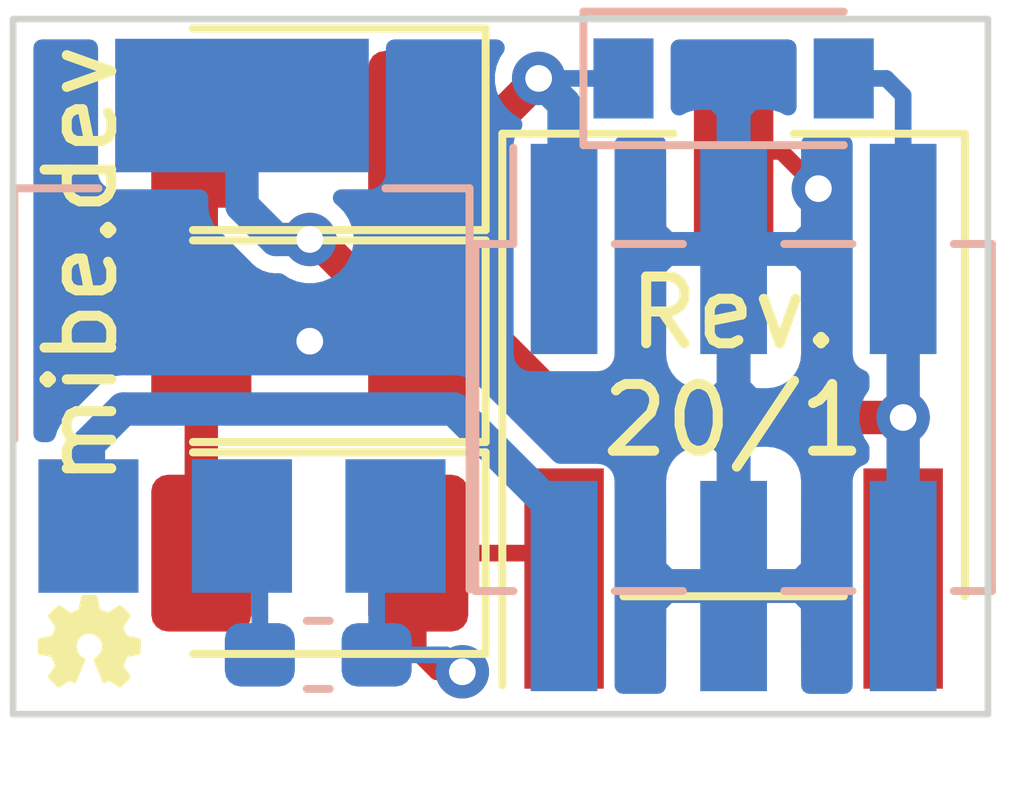
<source format=kicad_pcb>
(kicad_pcb (version 20171130) (host pcbnew "(5.1.5)-3")

  (general
    (thickness 1.6)
    (drawings 6)
    (tracks 55)
    (zones 0)
    (modules 9)
    (nets 6)
  )

  (page A4)
  (title_block
    (title 1117-BB)
    (date 2020-06-07)
    (rev 20/1)
    (company "Michael Bemmerl")
    (comment 1 "Open Hardware: CERN OHL v1.2")
  )

  (layers
    (0 F.Cu signal)
    (31 B.Cu signal)
    (32 B.Adhes user hide)
    (33 F.Adhes user hide)
    (34 B.Paste user hide)
    (35 F.Paste user hide)
    (36 B.SilkS user)
    (37 F.SilkS user)
    (38 B.Mask user hide)
    (39 F.Mask user hide)
    (40 Dwgs.User user)
    (41 Cmts.User user)
    (42 Eco1.User user)
    (43 Eco2.User user)
    (44 Edge.Cuts user)
    (45 Margin user)
    (46 B.CrtYd user hide)
    (47 F.CrtYd user hide)
    (48 B.Fab user hide)
    (49 F.Fab user hide)
  )

  (setup
    (last_trace_width 0.25)
    (user_trace_width 0.1)
    (user_trace_width 0.2)
    (user_trace_width 0.5)
    (user_trace_width 1)
    (trace_clearance 0.2)
    (zone_clearance 0.254)
    (zone_45_only no)
    (trace_min 0.1)
    (via_size 0.8)
    (via_drill 0.4)
    (via_min_size 0.45)
    (via_min_drill 0.2)
    (user_via 0.45 0.2)
    (user_via 0.8 0.4)
    (uvia_size 0.3)
    (uvia_drill 0.1)
    (uvias_allowed no)
    (uvia_min_size 0.2)
    (uvia_min_drill 0.1)
    (edge_width 0.1)
    (segment_width 0.2)
    (pcb_text_width 0.3)
    (pcb_text_size 1.5 1.5)
    (mod_edge_width 0.15)
    (mod_text_size 1 1)
    (mod_text_width 0.15)
    (pad_size 1.524 1.524)
    (pad_drill 0.762)
    (pad_to_mask_clearance 0)
    (aux_axis_origin 0 0)
    (visible_elements 7FFFFF7F)
    (pcbplotparams
      (layerselection 0x010fc_ffffffff)
      (usegerberextensions false)
      (usegerberattributes false)
      (usegerberadvancedattributes false)
      (creategerberjobfile false)
      (excludeedgelayer true)
      (linewidth 0.100000)
      (plotframeref false)
      (viasonmask false)
      (mode 1)
      (useauxorigin false)
      (hpglpennumber 1)
      (hpglpenspeed 20)
      (hpglpendiameter 15.000000)
      (psnegative false)
      (psa4output false)
      (plotreference true)
      (plotvalue true)
      (plotinvisibletext false)
      (padsonsilk false)
      (subtractmaskfromsilk false)
      (outputformat 1)
      (mirror false)
      (drillshape 1)
      (scaleselection 1)
      (outputdirectory ""))
  )

  (net 0 "")
  (net 1 GND)
  (net 2 VBUS)
  (net 3 VCC)
  (net 4 "Net-(R2-Pad3)")
  (net 5 /ADJ)

  (net_class Default "Dies ist die voreingestellte Netzklasse."
    (clearance 0.2)
    (trace_width 0.25)
    (via_dia 0.8)
    (via_drill 0.4)
    (uvia_dia 0.3)
    (uvia_drill 0.1)
    (add_net /ADJ)
    (add_net GND)
    (add_net "Net-(R2-Pad3)")
    (add_net VBUS)
    (add_net VCC)
  )

  (module mibe:OSHW-Logo_1.5x1.35mm_SilkScreen_NoText (layer F.Cu) (tedit 5EDEC420) (tstamp 5EDF1F3B)
    (at 117.348 130.429)
    (descr "Imported from c:\\Users\\Michi\\Downloads\\oshw-logo.svg")
    (tags svg2mod)
    (attr virtual)
    (fp_text reference REF** (at 0 0) (layer F.SilkS) hide
      (effects (font (size 1 1) (thickness 0.15)))
    )
    (fp_text value OSHW-Logo_1.5x1.35mm_SilkScreen_NoText (at 0 0) (layer F.SilkS) hide
      (effects (font (size 1 1) (thickness 0.15)))
    )
    (fp_poly (pts (xy 0.741855 -0.10463) (xy 0.557682 -0.138881) (xy 0.546782 -0.148247) (xy 0.490328 -0.279954)
      (xy 0.491225 -0.294189) (xy 0.598531 -0.450586) (xy 0.597353 -0.463313) (xy 0.463327 -0.59734)
      (xy 0.450611 -0.598398) (xy 0.291467 -0.489186) (xy 0.27716 -0.488128) (xy 0.149486 -0.540391)
      (xy 0.140075 -0.55116) (xy 0.104617 -0.741652) (xy 0.094791 -0.749827) (xy -0.09477 -0.749827)
      (xy -0.104584 -0.741652) (xy -0.140031 -0.55116) (xy -0.149442 -0.540391) (xy -0.277127 -0.488128)
      (xy -0.291434 -0.489186) (xy -0.450567 -0.598398) (xy -0.463294 -0.59734) (xy -0.597332 -0.463313)
      (xy -0.598508 -0.450586) (xy -0.491191 -0.294189) (xy -0.490306 -0.279954) (xy -0.546771 -0.148247)
      (xy -0.557672 -0.138881) (xy -0.741833 -0.10463) (xy -0.75 -0.094793) (xy -0.749989 0.094757)
      (xy -0.741822 0.104599) (xy -0.562175 0.138032) (xy -0.55151 0.147478) (xy -0.495425 0.287577)
      (xy -0.49649 0.301891) (xy -0.59853 0.450595) (xy -0.597354 0.463322) (xy -0.463305 0.597349)
      (xy -0.450578 0.598407) (xy -0.304509 0.498149) (xy -0.290504 0.497619) (xy -0.226085 0.532015)
      (xy -0.215497 0.528126) (xy -0.08267 0.207181) (xy -0.086569 0.195195) (xy -0.10269 0.185326)
      (xy -0.112886 0.177521) (xy -0.152536 0.144653) (xy -0.183065 0.103088) (xy -0.202689 0.054596)
      (xy -0.209627 0.000944) (xy -0.202138 -0.054784) (xy -0.181005 -0.10486) (xy -0.148225 -0.147286)
      (xy -0.105799 -0.180064) (xy -0.055724 -0.201195) (xy 0 -0.208683) (xy 0.055723 -0.201195)
      (xy 0.105796 -0.180064) (xy 0.148219 -0.147286) (xy 0.180996 -0.10486) (xy 0.202127 -0.054784)
      (xy 0.209615 0.000944) (xy 0.202679 0.054596) (xy 0.183058 0.103088) (xy 0.15253 0.144653)
      (xy 0.112874 0.177521) (xy 0.102701 0.185326) (xy 0.08658 0.195195) (xy 0.082681 0.207181)
      (xy 0.215497 0.528137) (xy 0.226084 0.532026) (xy 0.290504 0.49763) (xy 0.304508 0.498159)
      (xy 0.450589 0.59842) (xy 0.463305 0.597362) (xy 0.597354 0.463335) (xy 0.598531 0.450608)
      (xy 0.496479 0.301905) (xy 0.495426 0.287591) (xy 0.55151 0.147494) (xy 0.562165 0.138048)
      (xy 0.741811 0.104618) (xy 0.749978 0.094775) (xy 0.750001 -0.094775) (xy 0.741856 -0.104617)
      (xy 0.741855 -0.10463)) (layer F.SilkS) (width 0.042344))
  )

  (module Diode_SMD:D_SOD-123 (layer B.Cu) (tedit 58645DC7) (tstamp 5EDEAF91)
    (at 127 121.92)
    (descr SOD-123)
    (tags SOD-123)
    (path /5EDEAEE9)
    (attr smd)
    (fp_text reference D1 (at 0 0) (layer B.SilkS) hide
      (effects (font (size 1 1) (thickness 0.15)) (justify mirror))
    )
    (fp_text value SD103BW (at 0 -2.1) (layer B.Fab)
      (effects (font (size 1 1) (thickness 0.15)) (justify mirror))
    )
    (fp_line (start -2.25 1) (end 1.65 1) (layer B.SilkS) (width 0.12))
    (fp_line (start -2.25 -1) (end 1.65 -1) (layer B.SilkS) (width 0.12))
    (fp_line (start -2.35 1.15) (end -2.35 -1.15) (layer B.CrtYd) (width 0.05))
    (fp_line (start 2.35 -1.15) (end -2.35 -1.15) (layer B.CrtYd) (width 0.05))
    (fp_line (start 2.35 1.15) (end 2.35 -1.15) (layer B.CrtYd) (width 0.05))
    (fp_line (start -2.35 1.15) (end 2.35 1.15) (layer B.CrtYd) (width 0.05))
    (fp_line (start -1.4 0.9) (end 1.4 0.9) (layer B.Fab) (width 0.1))
    (fp_line (start 1.4 0.9) (end 1.4 -0.9) (layer B.Fab) (width 0.1))
    (fp_line (start 1.4 -0.9) (end -1.4 -0.9) (layer B.Fab) (width 0.1))
    (fp_line (start -1.4 -0.9) (end -1.4 0.9) (layer B.Fab) (width 0.1))
    (fp_line (start -0.75 0) (end -0.35 0) (layer B.Fab) (width 0.1))
    (fp_line (start -0.35 0) (end -0.35 0.55) (layer B.Fab) (width 0.1))
    (fp_line (start -0.35 0) (end -0.35 -0.55) (layer B.Fab) (width 0.1))
    (fp_line (start -0.35 0) (end 0.25 0.4) (layer B.Fab) (width 0.1))
    (fp_line (start 0.25 0.4) (end 0.25 -0.4) (layer B.Fab) (width 0.1))
    (fp_line (start 0.25 -0.4) (end -0.35 0) (layer B.Fab) (width 0.1))
    (fp_line (start 0.25 0) (end 0.75 0) (layer B.Fab) (width 0.1))
    (fp_line (start -2.25 1) (end -2.25 -1) (layer B.SilkS) (width 0.12))
    (fp_text user %R (at 0 2) (layer B.Fab)
      (effects (font (size 1 1) (thickness 0.15)) (justify mirror))
    )
    (pad 2 smd rect (at 1.65 0) (size 0.9 1.2) (layers B.Cu B.Paste B.Mask)
      (net 3 VCC))
    (pad 1 smd rect (at -1.65 0) (size 0.9 1.2) (layers B.Cu B.Paste B.Mask)
      (net 2 VBUS))
    (model ${KISYS3DMOD}/Diode_SMD.3dshapes/D_SOD-123.wrl
      (at (xyz 0 0 0))
      (scale (xyz 1 1 1))
      (rotate (xyz 0 0 0))
    )
  )

  (module Capacitor_Tantalum_SMD:CP_EIA-3528-21_Kemet-B_Pad1.50x2.35mm_HandSolder (layer F.Cu) (tedit 5B342532) (tstamp 5EDEAF78)
    (at 120.65 129.032 180)
    (descr "Tantalum Capacitor SMD Kemet-B (3528-21 Metric), IPC_7351 nominal, (Body size from: http://www.kemet.com/Lists/ProductCatalog/Attachments/253/KEM_TC101_STD.pdf), generated with kicad-footprint-generator")
    (tags "capacitor tantalum")
    (path /5EDE1F48)
    (attr smd)
    (fp_text reference C3 (at 0 -0.508 90) (layer F.SilkS) hide
      (effects (font (size 1 1) (thickness 0.15)))
    )
    (fp_text value TAJB226K020RNJV (at 0 2.35) (layer F.Fab)
      (effects (font (size 1 1) (thickness 0.15)))
    )
    (fp_text user %R (at 0 0) (layer F.Fab)
      (effects (font (size 0.88 0.88) (thickness 0.13)))
    )
    (fp_line (start 2.62 1.65) (end -2.62 1.65) (layer F.CrtYd) (width 0.05))
    (fp_line (start 2.62 -1.65) (end 2.62 1.65) (layer F.CrtYd) (width 0.05))
    (fp_line (start -2.62 -1.65) (end 2.62 -1.65) (layer F.CrtYd) (width 0.05))
    (fp_line (start -2.62 1.65) (end -2.62 -1.65) (layer F.CrtYd) (width 0.05))
    (fp_line (start -2.635 1.51) (end 1.75 1.51) (layer F.SilkS) (width 0.12))
    (fp_line (start -2.635 -1.51) (end -2.635 1.51) (layer F.SilkS) (width 0.12))
    (fp_line (start 1.75 -1.51) (end -2.635 -1.51) (layer F.SilkS) (width 0.12))
    (fp_line (start 1.75 1.4) (end 1.75 -1.4) (layer F.Fab) (width 0.1))
    (fp_line (start -1.75 1.4) (end 1.75 1.4) (layer F.Fab) (width 0.1))
    (fp_line (start -1.75 -0.7) (end -1.75 1.4) (layer F.Fab) (width 0.1))
    (fp_line (start -1.05 -1.4) (end -1.75 -0.7) (layer F.Fab) (width 0.1))
    (fp_line (start 1.75 -1.4) (end -1.05 -1.4) (layer F.Fab) (width 0.1))
    (pad 2 smd roundrect (at 1.625 0 180) (size 1.5 2.35) (layers F.Cu F.Paste F.Mask) (roundrect_rratio 0.166667)
      (net 1 GND))
    (pad 1 smd roundrect (at -1.625 0 180) (size 1.5 2.35) (layers F.Cu F.Paste F.Mask) (roundrect_rratio 0.166667)
      (net 5 /ADJ))
    (model ${KISYS3DMOD}/Capacitor_Tantalum_SMD.3dshapes/CP_EIA-3528-21_Kemet-B.wrl
      (at (xyz 0 0 0))
      (scale (xyz 1 1 1))
      (rotate (xyz 0 0 0))
    )
  )

  (module Package_TO_SOT_SMD:SOT-223-3_TabPin2 (layer B.Cu) (tedit 5A02FF57) (tstamp 5EDC8C21)
    (at 119.634 125.476 90)
    (descr "module CMS SOT223 4 pins")
    (tags "CMS SOT")
    (path /5EDAE787)
    (attr smd)
    (fp_text reference U1 (at 3.048 2.921 90) (layer B.SilkS) hide
      (effects (font (size 1 1) (thickness 0.15)) (justify mirror))
    )
    (fp_text value LT1117-ADJ (at 0 -4.5 90) (layer B.Fab)
      (effects (font (size 1 1) (thickness 0.15)) (justify mirror))
    )
    (fp_line (start 1.85 3.35) (end 1.85 -3.35) (layer B.Fab) (width 0.1))
    (fp_line (start -1.85 -3.35) (end 1.85 -3.35) (layer B.Fab) (width 0.1))
    (fp_line (start -4.1 3.41) (end 1.91 3.41) (layer B.SilkS) (width 0.12))
    (fp_line (start -0.85 3.35) (end 1.85 3.35) (layer B.Fab) (width 0.1))
    (fp_line (start -1.85 -3.41) (end 1.91 -3.41) (layer B.SilkS) (width 0.12))
    (fp_line (start -1.85 2.35) (end -1.85 -3.35) (layer B.Fab) (width 0.1))
    (fp_line (start -1.85 2.35) (end -0.85 3.35) (layer B.Fab) (width 0.1))
    (fp_line (start -4.4 3.6) (end -4.4 -3.6) (layer B.CrtYd) (width 0.05))
    (fp_line (start -4.4 -3.6) (end 4.4 -3.6) (layer B.CrtYd) (width 0.05))
    (fp_line (start 4.4 -3.6) (end 4.4 3.6) (layer B.CrtYd) (width 0.05))
    (fp_line (start 4.4 3.6) (end -4.4 3.6) (layer B.CrtYd) (width 0.05))
    (fp_line (start 1.91 3.41) (end 1.91 2.15) (layer B.SilkS) (width 0.12))
    (fp_line (start 1.91 -3.41) (end 1.91 -2.15) (layer B.SilkS) (width 0.12))
    (fp_text user %R (at 0 0 180) (layer B.Fab)
      (effects (font (size 0.8 0.8) (thickness 0.12)) (justify mirror))
    )
    (pad 1 smd rect (at -3.15 2.3 90) (size 2 1.5) (layers B.Cu B.Paste B.Mask)
      (net 5 /ADJ))
    (pad 3 smd rect (at -3.15 -2.3 90) (size 2 1.5) (layers B.Cu B.Paste B.Mask)
      (net 2 VBUS))
    (pad 2 smd rect (at -3.15 0 90) (size 2 1.5) (layers B.Cu B.Paste B.Mask)
      (net 3 VCC))
    (pad 2 smd rect (at 3.15 0 90) (size 2 3.8) (layers B.Cu B.Paste B.Mask)
      (net 3 VCC))
    (model ${KISYS3DMOD}/Package_TO_SOT_SMD.3dshapes/SOT-223.wrl
      (at (xyz 0 0 0))
      (scale (xyz 1 1 1))
      (rotate (xyz 0 0 0))
    )
  )

  (module mibe:Potentiometer_Bourns_3361P_Vertical (layer F.Cu) (tedit 5EDC2918) (tstamp 5EDC8C0B)
    (at 127 126.213 180)
    (descr "Potentiometer, vertical, Bourns 3361P, https://www.bourns.com/docs/Product-Datasheets/3361.pdf")
    (tags "Potentiometer vertical Bourns 3361P")
    (path /5EDAF6EC)
    (attr smd)
    (fp_text reference R2 (at 0 -2.692) (layer F.SilkS) hide
      (effects (font (size 1 1) (thickness 0.15)))
    )
    (fp_text value 3361P-1-202GLF (at 0 5.9) (layer F.Fab)
      (effects (font (size 1 1) (thickness 0.15)))
    )
    (fp_line (start 3.61 -5.1) (end -3.61 -5.1) (layer F.CrtYd) (width 0.05))
    (fp_line (start 3.61 5.1) (end 3.61 -5.1) (layer F.CrtYd) (width 0.05))
    (fp_line (start -3.61 5.1) (end 3.61 5.1) (layer F.CrtYd) (width 0.05))
    (fp_line (start -3.61 -5.1) (end -3.61 5.1) (layer F.CrtYd) (width 0.05))
    (fp_line (start 0.9 3.465) (end 3.465 3.465) (layer F.SilkS) (width 0.12))
    (fp_line (start -3.465 3.465) (end -0.9 3.465) (layer F.SilkS) (width 0.12))
    (fp_line (start -3.465 -3.465) (end -3.465 3.465) (layer F.SilkS) (width 0.12))
    (fp_line (start 1.65 -3.465) (end -1.65 -3.465) (layer F.SilkS) (width 0.12))
    (fp_line (start 3.465 3.465) (end 3.465 -4.8) (layer F.SilkS) (width 0.12))
    (fp_line (start 2.65 -3.35) (end 3.35 -2.65) (layer F.Fab) (width 0.1))
    (fp_text user %R (at 0 -2.5) (layer F.Fab)
      (effects (font (size 0.5 0.5) (thickness 0.1)))
    )
    (fp_line (start 1.385 0) (end -1.385 0) (layer F.Fab) (width 0.1))
    (fp_line (start 0 -1.385) (end 0 1.385) (layer F.Fab) (width 0.1))
    (fp_circle (center 0 0) (end 1.385 0) (layer F.Fab) (width 0.1))
    (fp_line (start -3.355 3.355) (end -3.355 -3.355) (layer F.Fab) (width 0.1))
    (fp_line (start 3.355 3.355) (end -3.355 3.355) (layer F.Fab) (width 0.1))
    (fp_line (start 3.355 -3.355) (end 3.355 3.355) (layer F.Fab) (width 0.1))
    (fp_line (start -3.355 -3.355) (end 3.355 -3.355) (layer F.Fab) (width 0.1))
    (pad 3 smd rect (at -2.54 -3.2 180) (size 1.19 3.3) (layers F.Cu F.Paste F.Mask)
      (net 4 "Net-(R2-Pad3)"))
    (pad 2 smd rect (at 0 3.2 180) (size 1.19 3.3) (layers F.Cu F.Paste F.Mask)
      (net 1 GND))
    (pad 1 smd rect (at 2.54 -3.2 180) (size 1.19 3.3) (layers F.Cu F.Paste F.Mask)
      (net 5 /ADJ))
  )

  (module Resistor_SMD:R_0603_1608Metric_Pad1.05x0.95mm_HandSolder (layer B.Cu) (tedit 5B301BBD) (tstamp 5EDC8BF2)
    (at 120.777 130.556)
    (descr "Resistor SMD 0603 (1608 Metric), square (rectangular) end terminal, IPC_7351 nominal with elongated pad for handsoldering. (Body size source: http://www.tortai-tech.com/upload/download/2011102023233369053.pdf), generated with kicad-footprint-generator")
    (tags "resistor handsolder")
    (path /5EDAFE6D)
    (attr smd)
    (fp_text reference R1 (at -2.921 0) (layer B.SilkS) hide
      (effects (font (size 1 1) (thickness 0.15)) (justify mirror))
    )
    (fp_text value 150 (at 0 -1.43) (layer B.Fab)
      (effects (font (size 1 1) (thickness 0.15)) (justify mirror))
    )
    (fp_text user %R (at 0 0) (layer B.Fab)
      (effects (font (size 0.4 0.4) (thickness 0.06)) (justify mirror))
    )
    (fp_line (start 1.65 -0.73) (end -1.65 -0.73) (layer B.CrtYd) (width 0.05))
    (fp_line (start 1.65 0.73) (end 1.65 -0.73) (layer B.CrtYd) (width 0.05))
    (fp_line (start -1.65 0.73) (end 1.65 0.73) (layer B.CrtYd) (width 0.05))
    (fp_line (start -1.65 -0.73) (end -1.65 0.73) (layer B.CrtYd) (width 0.05))
    (fp_line (start -0.171267 -0.51) (end 0.171267 -0.51) (layer B.SilkS) (width 0.12))
    (fp_line (start -0.171267 0.51) (end 0.171267 0.51) (layer B.SilkS) (width 0.12))
    (fp_line (start 0.8 -0.4) (end -0.8 -0.4) (layer B.Fab) (width 0.1))
    (fp_line (start 0.8 0.4) (end 0.8 -0.4) (layer B.Fab) (width 0.1))
    (fp_line (start -0.8 0.4) (end 0.8 0.4) (layer B.Fab) (width 0.1))
    (fp_line (start -0.8 -0.4) (end -0.8 0.4) (layer B.Fab) (width 0.1))
    (pad 2 smd roundrect (at 0.875 0) (size 1.05 0.95) (layers B.Cu B.Paste B.Mask) (roundrect_rratio 0.25)
      (net 5 /ADJ))
    (pad 1 smd roundrect (at -0.875 0) (size 1.05 0.95) (layers B.Cu B.Paste B.Mask) (roundrect_rratio 0.25)
      (net 3 VCC))
    (model ${KISYS3DMOD}/Resistor_SMD.3dshapes/R_0603_1608Metric.wrl
      (at (xyz 0 0 0))
      (scale (xyz 1 1 1))
      (rotate (xyz 0 0 0))
    )
  )

  (module Connector_PinHeader_2.54mm:PinHeader_2x03_P2.54mm_Vertical_SMD (layer B.Cu) (tedit 59FED5CC) (tstamp 5EDC9801)
    (at 127 127 270)
    (descr "surface-mounted straight pin header, 2x03, 2.54mm pitch, double rows")
    (tags "Surface mounted pin header SMD 2x03 2.54mm double row")
    (path /5EDB0665)
    (attr smd)
    (fp_text reference J1 (at 3.429 1.27 90) (layer B.SilkS) hide
      (effects (font (size 1 1) (thickness 0.15)) (justify mirror))
    )
    (fp_text value Conn_02x03_Odd_Even (at 0 -4.87 90) (layer B.Fab)
      (effects (font (size 1 1) (thickness 0.15)) (justify mirror))
    )
    (fp_text user %R (at 0 0 180) (layer B.Fab)
      (effects (font (size 1 1) (thickness 0.15)) (justify mirror))
    )
    (fp_line (start 5.9 4.35) (end -5.9 4.35) (layer B.CrtYd) (width 0.05))
    (fp_line (start 5.9 -4.35) (end 5.9 4.35) (layer B.CrtYd) (width 0.05))
    (fp_line (start -5.9 -4.35) (end 5.9 -4.35) (layer B.CrtYd) (width 0.05))
    (fp_line (start -5.9 4.35) (end -5.9 -4.35) (layer B.CrtYd) (width 0.05))
    (fp_line (start 2.6 -0.76) (end 2.6 -1.78) (layer B.SilkS) (width 0.12))
    (fp_line (start -2.6 -0.76) (end -2.6 -1.78) (layer B.SilkS) (width 0.12))
    (fp_line (start 2.6 1.78) (end 2.6 0.76) (layer B.SilkS) (width 0.12))
    (fp_line (start -2.6 1.78) (end -2.6 0.76) (layer B.SilkS) (width 0.12))
    (fp_line (start 2.6 -3.3) (end 2.6 -3.87) (layer B.SilkS) (width 0.12))
    (fp_line (start -2.6 -3.3) (end -2.6 -3.87) (layer B.SilkS) (width 0.12))
    (fp_line (start 2.6 3.87) (end 2.6 3.3) (layer B.SilkS) (width 0.12))
    (fp_line (start -2.6 3.87) (end -2.6 3.3) (layer B.SilkS) (width 0.12))
    (fp_line (start -4.04 3.3) (end -2.6 3.3) (layer B.SilkS) (width 0.12))
    (fp_line (start -2.6 -3.87) (end 2.6 -3.87) (layer B.SilkS) (width 0.12))
    (fp_line (start -2.6 3.87) (end 2.6 3.87) (layer B.SilkS) (width 0.12))
    (fp_line (start 3.6 -2.86) (end 2.54 -2.86) (layer B.Fab) (width 0.1))
    (fp_line (start 3.6 -2.22) (end 3.6 -2.86) (layer B.Fab) (width 0.1))
    (fp_line (start 2.54 -2.22) (end 3.6 -2.22) (layer B.Fab) (width 0.1))
    (fp_line (start -3.6 -2.86) (end -2.54 -2.86) (layer B.Fab) (width 0.1))
    (fp_line (start -3.6 -2.22) (end -3.6 -2.86) (layer B.Fab) (width 0.1))
    (fp_line (start -2.54 -2.22) (end -3.6 -2.22) (layer B.Fab) (width 0.1))
    (fp_line (start 3.6 -0.32) (end 2.54 -0.32) (layer B.Fab) (width 0.1))
    (fp_line (start 3.6 0.32) (end 3.6 -0.32) (layer B.Fab) (width 0.1))
    (fp_line (start 2.54 0.32) (end 3.6 0.32) (layer B.Fab) (width 0.1))
    (fp_line (start -3.6 -0.32) (end -2.54 -0.32) (layer B.Fab) (width 0.1))
    (fp_line (start -3.6 0.32) (end -3.6 -0.32) (layer B.Fab) (width 0.1))
    (fp_line (start -2.54 0.32) (end -3.6 0.32) (layer B.Fab) (width 0.1))
    (fp_line (start 3.6 2.22) (end 2.54 2.22) (layer B.Fab) (width 0.1))
    (fp_line (start 3.6 2.86) (end 3.6 2.22) (layer B.Fab) (width 0.1))
    (fp_line (start 2.54 2.86) (end 3.6 2.86) (layer B.Fab) (width 0.1))
    (fp_line (start -3.6 2.22) (end -2.54 2.22) (layer B.Fab) (width 0.1))
    (fp_line (start -3.6 2.86) (end -3.6 2.22) (layer B.Fab) (width 0.1))
    (fp_line (start -2.54 2.86) (end -3.6 2.86) (layer B.Fab) (width 0.1))
    (fp_line (start 2.54 3.81) (end 2.54 -3.81) (layer B.Fab) (width 0.1))
    (fp_line (start -2.54 2.86) (end -1.59 3.81) (layer B.Fab) (width 0.1))
    (fp_line (start -2.54 -3.81) (end -2.54 2.86) (layer B.Fab) (width 0.1))
    (fp_line (start -1.59 3.81) (end 2.54 3.81) (layer B.Fab) (width 0.1))
    (fp_line (start 2.54 -3.81) (end -2.54 -3.81) (layer B.Fab) (width 0.1))
    (pad 6 smd rect (at 2.525 -2.54 270) (size 3.15 1) (layers B.Cu B.Paste B.Mask)
      (net 3 VCC))
    (pad 5 smd rect (at -2.525 -2.54 270) (size 3.15 1) (layers B.Cu B.Paste B.Mask)
      (net 3 VCC))
    (pad 4 smd rect (at 2.525 0 270) (size 3.15 1) (layers B.Cu B.Paste B.Mask)
      (net 1 GND))
    (pad 3 smd rect (at -2.525 0 270) (size 3.15 1) (layers B.Cu B.Paste B.Mask)
      (net 1 GND))
    (pad 2 smd rect (at 2.525 2.54 270) (size 3.15 1) (layers B.Cu B.Paste B.Mask)
      (net 2 VBUS))
    (pad 1 smd rect (at -2.525 2.54 270) (size 3.15 1) (layers B.Cu B.Paste B.Mask)
      (net 2 VBUS))
    (model ${KISYS3DMOD}/Connector_PinHeader_2.54mm.3dshapes/PinHeader_2x03_P2.54mm_Vertical_SMD.wrl
      (at (xyz 0 0 0))
      (scale (xyz 1 1 1))
      (rotate (xyz 0 0 0))
    )
  )

  (module Capacitor_Tantalum_SMD:CP_EIA-3528-21_Kemet-B_Pad1.50x2.35mm_HandSolder (layer F.Cu) (tedit 5B342532) (tstamp 5EDC8BB0)
    (at 120.65 125.857 180)
    (descr "Tantalum Capacitor SMD Kemet-B (3528-21 Metric), IPC_7351 nominal, (Body size from: http://www.kemet.com/Lists/ProductCatalog/Attachments/253/KEM_TC101_STD.pdf), generated with kicad-footprint-generator")
    (tags "capacitor tantalum")
    (path /5EDAFC01)
    (attr smd)
    (fp_text reference C2 (at 0 -1.651 90) (layer F.SilkS) hide
      (effects (font (size 1 1) (thickness 0.15)))
    )
    (fp_text value TAJB226K020RNJV (at 0 2.35) (layer F.Fab)
      (effects (font (size 1 1) (thickness 0.15)))
    )
    (fp_text user %R (at 0 0) (layer F.Fab)
      (effects (font (size 0.88 0.88) (thickness 0.13)))
    )
    (fp_line (start 2.62 1.65) (end -2.62 1.65) (layer F.CrtYd) (width 0.05))
    (fp_line (start 2.62 -1.65) (end 2.62 1.65) (layer F.CrtYd) (width 0.05))
    (fp_line (start -2.62 -1.65) (end 2.62 -1.65) (layer F.CrtYd) (width 0.05))
    (fp_line (start -2.62 1.65) (end -2.62 -1.65) (layer F.CrtYd) (width 0.05))
    (fp_line (start -2.635 1.51) (end 1.75 1.51) (layer F.SilkS) (width 0.12))
    (fp_line (start -2.635 -1.51) (end -2.635 1.51) (layer F.SilkS) (width 0.12))
    (fp_line (start 1.75 -1.51) (end -2.635 -1.51) (layer F.SilkS) (width 0.12))
    (fp_line (start 1.75 1.4) (end 1.75 -1.4) (layer F.Fab) (width 0.1))
    (fp_line (start -1.75 1.4) (end 1.75 1.4) (layer F.Fab) (width 0.1))
    (fp_line (start -1.75 -0.7) (end -1.75 1.4) (layer F.Fab) (width 0.1))
    (fp_line (start -1.05 -1.4) (end -1.75 -0.7) (layer F.Fab) (width 0.1))
    (fp_line (start 1.75 -1.4) (end -1.05 -1.4) (layer F.Fab) (width 0.1))
    (pad 2 smd roundrect (at 1.625 0 180) (size 1.5 2.35) (layers F.Cu F.Paste F.Mask) (roundrect_rratio 0.166667)
      (net 1 GND))
    (pad 1 smd roundrect (at -1.625 0 180) (size 1.5 2.35) (layers F.Cu F.Paste F.Mask) (roundrect_rratio 0.166667)
      (net 3 VCC))
    (model ${KISYS3DMOD}/Capacitor_Tantalum_SMD.3dshapes/CP_EIA-3528-21_Kemet-B.wrl
      (at (xyz 0 0 0))
      (scale (xyz 1 1 1))
      (rotate (xyz 0 0 0))
    )
  )

  (module Capacitor_Tantalum_SMD:CP_EIA-3528-21_Kemet-B_Pad1.50x2.35mm_HandSolder (layer F.Cu) (tedit 5B342532) (tstamp 5EDC8B9D)
    (at 120.65 122.682 180)
    (descr "Tantalum Capacitor SMD Kemet-B (3528-21 Metric), IPC_7351 nominal, (Body size from: http://www.kemet.com/Lists/ProductCatalog/Attachments/253/KEM_TC101_STD.pdf), generated with kicad-footprint-generator")
    (tags "capacitor tantalum")
    (path /5EDAEE54)
    (attr smd)
    (fp_text reference C1 (at 0 0 90) (layer F.SilkS) hide
      (effects (font (size 1 1) (thickness 0.15)))
    )
    (fp_text value TAJB106K020SNJ (at 0 2.35) (layer F.Fab)
      (effects (font (size 1 1) (thickness 0.15)))
    )
    (fp_text user %R (at 0 0) (layer F.Fab)
      (effects (font (size 0.88 0.88) (thickness 0.13)))
    )
    (fp_line (start 2.62 1.65) (end -2.62 1.65) (layer F.CrtYd) (width 0.05))
    (fp_line (start 2.62 -1.65) (end 2.62 1.65) (layer F.CrtYd) (width 0.05))
    (fp_line (start -2.62 -1.65) (end 2.62 -1.65) (layer F.CrtYd) (width 0.05))
    (fp_line (start -2.62 1.65) (end -2.62 -1.65) (layer F.CrtYd) (width 0.05))
    (fp_line (start -2.635 1.51) (end 1.75 1.51) (layer F.SilkS) (width 0.12))
    (fp_line (start -2.635 -1.51) (end -2.635 1.51) (layer F.SilkS) (width 0.12))
    (fp_line (start 1.75 -1.51) (end -2.635 -1.51) (layer F.SilkS) (width 0.12))
    (fp_line (start 1.75 1.4) (end 1.75 -1.4) (layer F.Fab) (width 0.1))
    (fp_line (start -1.75 1.4) (end 1.75 1.4) (layer F.Fab) (width 0.1))
    (fp_line (start -1.75 -0.7) (end -1.75 1.4) (layer F.Fab) (width 0.1))
    (fp_line (start -1.05 -1.4) (end -1.75 -0.7) (layer F.Fab) (width 0.1))
    (fp_line (start 1.75 -1.4) (end -1.05 -1.4) (layer F.Fab) (width 0.1))
    (pad 2 smd roundrect (at 1.625 0 180) (size 1.5 2.35) (layers F.Cu F.Paste F.Mask) (roundrect_rratio 0.166667)
      (net 1 GND))
    (pad 1 smd roundrect (at -1.625 0 180) (size 1.5 2.35) (layers F.Cu F.Paste F.Mask) (roundrect_rratio 0.166667)
      (net 2 VBUS))
    (model ${KISYS3DMOD}/Capacitor_Tantalum_SMD.3dshapes/CP_EIA-3528-21_Kemet-B.wrl
      (at (xyz 0 0 0))
      (scale (xyz 1 1 1))
      (rotate (xyz 0 0 0))
    )
  )

  (gr_text "Rev.\n20/1" (at 127 126.238) (layer F.SilkS)
    (effects (font (size 1 1) (thickness 0.15)))
  )
  (gr_text mibe.dev (at 117.221 124.714 90) (layer F.SilkS)
    (effects (font (size 1 1) (thickness 0.15)))
  )
  (gr_line (start 116.205 121.031) (end 116.205 131.445) (layer Edge.Cuts) (width 0.1) (tstamp 5EDC9421))
  (gr_line (start 130.81 121.031) (end 116.205 121.031) (layer Edge.Cuts) (width 0.1) (tstamp 5EDC98A0))
  (gr_line (start 130.81 131.445) (end 130.81 121.031) (layer Edge.Cuts) (width 0.1))
  (gr_line (start 116.205 131.445) (end 130.81 131.445) (layer Edge.Cuts) (width 0.1))

  (segment (start 119.025 122.682) (end 119.025 125.857) (width 0.5) (layer F.Cu) (net 1))
  (segment (start 119.025 125.857) (end 119.025 129.032) (width 0.5) (layer F.Cu) (net 1))
  (segment (start 124.079 127) (end 126.365 127) (width 0.5) (layer B.Cu) (net 1))
  (segment (start 127 127.635) (end 127 129.525) (width 0.5) (layer B.Cu) (net 1))
  (via (at 120.65 125.857) (size 0.8) (drill 0.4) (layers F.Cu B.Cu) (net 1))
  (segment (start 120.65 125.857) (end 119.025 125.857) (width 0.5) (layer F.Cu) (net 1))
  (segment (start 122.936 125.857) (end 124.079 127) (width 0.5) (layer B.Cu) (net 1))
  (segment (start 120.65 125.857) (end 122.936 125.857) (width 0.5) (layer B.Cu) (net 1))
  (via (at 128.27 123.571) (size 0.8) (drill 0.4) (layers F.Cu B.Cu) (net 1))
  (segment (start 127 123.013) (end 127.712 123.013) (width 0.25) (layer F.Cu) (net 1))
  (segment (start 127.712 123.013) (end 128.27 123.571) (width 0.25) (layer F.Cu) (net 1))
  (segment (start 127.874 124.475) (end 127 124.475) (width 0.25) (layer B.Cu) (net 1))
  (segment (start 128.27 123.571) (end 128.27 124.079) (width 0.25) (layer B.Cu) (net 1))
  (segment (start 128.27 124.079) (end 127.874 124.475) (width 0.25) (layer B.Cu) (net 1))
  (segment (start 126.365 127) (end 127 127) (width 0.5) (layer B.Cu) (net 1))
  (segment (start 127 127.635) (end 127 127) (width 0.5) (layer B.Cu) (net 1))
  (segment (start 127 127) (end 127 124.475) (width 0.5) (layer B.Cu) (net 1))
  (via (at 124.079 121.92) (size 0.8) (drill 0.4) (layers F.Cu B.Cu) (net 2))
  (segment (start 117.334 128.626) (end 117.334 127.395) (width 0.5) (layer B.Cu) (net 2))
  (segment (start 117.334 127.395) (end 117.856 126.873) (width 0.5) (layer B.Cu) (net 2))
  (segment (start 117.856 126.873) (end 122.809 126.873) (width 0.5) (layer B.Cu) (net 2))
  (segment (start 124.46 128.524) (end 124.46 129.525) (width 0.5) (layer B.Cu) (net 2))
  (segment (start 122.809 126.873) (end 124.46 128.524) (width 0.5) (layer B.Cu) (net 2))
  (segment (start 124.46 122.301) (end 124.079 121.92) (width 0.5) (layer B.Cu) (net 2))
  (segment (start 124.46 124.475) (end 124.46 122.301) (width 0.5) (layer B.Cu) (net 2))
  (segment (start 125.35 121.92) (end 124.079 121.92) (width 0.25) (layer B.Cu) (net 2))
  (segment (start 123.317 122.682) (end 124.079 121.92) (width 0.5) (layer F.Cu) (net 2))
  (segment (start 122.275 122.682) (end 123.317 122.682) (width 0.5) (layer F.Cu) (net 2))
  (via (at 120.65 124.333) (size 0.8) (drill 0.4) (layers F.Cu B.Cu) (net 3) (tstamp 5EDEBE51))
  (via (at 129.54 127) (size 0.8) (drill 0.4) (layers F.Cu B.Cu) (net 3))
  (segment (start 119.902 128.894) (end 119.634 128.626) (width 0.25) (layer B.Cu) (net 3))
  (segment (start 119.902 130.556) (end 119.902 128.894) (width 0.25) (layer B.Cu) (net 3))
  (segment (start 122.275 125.857) (end 123.444 125.857) (width 0.5) (layer F.Cu) (net 3))
  (segment (start 124.587 127) (end 129.54 127) (width 0.5) (layer F.Cu) (net 3))
  (segment (start 123.444 125.857) (end 124.587 127) (width 0.5) (layer F.Cu) (net 3))
  (segment (start 120.65 124.333) (end 120.142 124.333) (width 0.5) (layer B.Cu) (net 3))
  (segment (start 119.634 123.825) (end 119.634 122.326) (width 0.5) (layer B.Cu) (net 3))
  (segment (start 120.142 124.333) (end 119.634 123.825) (width 0.5) (layer B.Cu) (net 3))
  (segment (start 129.54 129.525) (end 129.54 127) (width 0.5) (layer B.Cu) (net 3))
  (segment (start 129.54 124.475) (end 129.54 127) (width 0.5) (layer B.Cu) (net 3))
  (segment (start 129.54 124.475) (end 129.54 122.174) (width 0.25) (layer B.Cu) (net 3))
  (segment (start 129.286 121.92) (end 128.65 121.92) (width 0.25) (layer B.Cu) (net 3))
  (segment (start 129.54 122.174) (end 129.286 121.92) (width 0.25) (layer B.Cu) (net 3))
  (segment (start 120.751 124.333) (end 122.275 125.857) (width 0.5) (layer F.Cu) (net 3))
  (segment (start 120.65 124.333) (end 120.751 124.333) (width 0.5) (layer F.Cu) (net 3))
  (via (at 122.936 130.81) (size 0.8) (drill 0.4) (layers F.Cu B.Cu) (net 5))
  (segment (start 124.079 129.032) (end 124.46 129.413) (width 0.25) (layer F.Cu) (net 5))
  (segment (start 122.275 129.032) (end 124.079 129.032) (width 0.25) (layer F.Cu) (net 5))
  (segment (start 122.936 130.81) (end 122.555 130.81) (width 0.25) (layer F.Cu) (net 5))
  (segment (start 122.275 130.53) (end 122.275 129.032) (width 0.25) (layer F.Cu) (net 5))
  (segment (start 122.555 130.81) (end 122.275 130.53) (width 0.25) (layer F.Cu) (net 5))
  (segment (start 122.682 130.556) (end 122.936 130.81) (width 0.25) (layer B.Cu) (net 5))
  (segment (start 121.652 130.556) (end 122.682 130.556) (width 0.25) (layer B.Cu) (net 5))
  (segment (start 121.652 128.908) (end 121.934 128.626) (width 0.25) (layer B.Cu) (net 5))
  (segment (start 121.652 130.556) (end 121.652 128.908) (width 0.25) (layer B.Cu) (net 5))

  (zone (net 1) (net_name GND) (layer B.Cu) (tstamp 0) (hatch edge 0.508)
    (connect_pads (clearance 0.254))
    (min_thickness 0.254)
    (fill yes (arc_segments 32) (thermal_gap 0.508) (thermal_bridge_width 0.508))
    (polygon
      (pts
        (xy 130.81 131.445) (xy 116.205 131.445) (xy 116.205 121.031) (xy 130.81 121.031)
      )
    )
    (filled_polygon
      (pts
        (xy 117.351157 123.326) (xy 117.358513 123.400689) (xy 117.380299 123.472508) (xy 117.415678 123.538696) (xy 117.463289 123.596711)
        (xy 117.521304 123.644322) (xy 117.587492 123.679701) (xy 117.659311 123.701487) (xy 117.734 123.708843) (xy 119.003 123.708843)
        (xy 119.003 123.794009) (xy 118.999948 123.825) (xy 119.003 123.85599) (xy 119.003 123.855997) (xy 119.01213 123.948697)
        (xy 119.048211 124.067641) (xy 119.106804 124.17726) (xy 119.185657 124.273343) (xy 119.209737 124.293105) (xy 119.673895 124.757263)
        (xy 119.693657 124.781343) (xy 119.789739 124.860196) (xy 119.899358 124.918789) (xy 120.018302 124.95487) (xy 120.111002 124.964)
        (xy 120.111011 124.964) (xy 120.141999 124.967052) (xy 120.172987 124.964) (xy 120.188595 124.964) (xy 120.280058 125.025113)
        (xy 120.422191 125.083987) (xy 120.573078 125.114) (xy 120.726922 125.114) (xy 120.877809 125.083987) (xy 121.019942 125.025113)
        (xy 121.147859 124.939642) (xy 121.256642 124.830859) (xy 121.342113 124.702942) (xy 121.400987 124.560809) (xy 121.431 124.409922)
        (xy 121.431 124.256078) (xy 121.400987 124.105191) (xy 121.342113 123.963058) (xy 121.256642 123.835141) (xy 121.147859 123.726358)
        (xy 121.121646 123.708843) (xy 121.534 123.708843) (xy 121.608689 123.701487) (xy 121.680508 123.679701) (xy 121.746696 123.644322)
        (xy 121.804711 123.596711) (xy 121.852322 123.538696) (xy 121.887701 123.472508) (xy 121.909487 123.400689) (xy 121.916843 123.326)
        (xy 121.916843 121.462) (xy 123.445725 121.462) (xy 123.386887 121.550058) (xy 123.328013 121.692191) (xy 123.298 121.843078)
        (xy 123.298 121.996922) (xy 123.328013 122.147809) (xy 123.386887 122.289942) (xy 123.472358 122.417859) (xy 123.581141 122.526642)
        (xy 123.709058 122.612113) (xy 123.709829 122.612432) (xy 123.689289 122.629289) (xy 123.641678 122.687304) (xy 123.606299 122.753492)
        (xy 123.584513 122.825311) (xy 123.577157 122.9) (xy 123.577157 126.05) (xy 123.584513 126.124689) (xy 123.606299 126.196508)
        (xy 123.641678 126.262696) (xy 123.689289 126.320711) (xy 123.747304 126.368322) (xy 123.813492 126.403701) (xy 123.885311 126.425487)
        (xy 123.96 126.432843) (xy 124.96 126.432843) (xy 125.034689 126.425487) (xy 125.106508 126.403701) (xy 125.172696 126.368322)
        (xy 125.230711 126.320711) (xy 125.278322 126.262696) (xy 125.313701 126.196508) (xy 125.335487 126.124689) (xy 125.342843 126.05)
        (xy 125.861928 126.05) (xy 125.874188 126.174482) (xy 125.910498 126.29418) (xy 125.969463 126.404494) (xy 126.048815 126.501185)
        (xy 126.145506 126.580537) (xy 126.25582 126.639502) (xy 126.375518 126.675812) (xy 126.5 126.688072) (xy 126.71425 126.685)
        (xy 126.873 126.52625) (xy 126.873 124.602) (xy 127.127 124.602) (xy 127.127 126.52625) (xy 127.28575 126.685)
        (xy 127.5 126.688072) (xy 127.624482 126.675812) (xy 127.74418 126.639502) (xy 127.854494 126.580537) (xy 127.951185 126.501185)
        (xy 128.030537 126.404494) (xy 128.089502 126.29418) (xy 128.125812 126.174482) (xy 128.138072 126.05) (xy 128.135 124.76075)
        (xy 127.97625 124.602) (xy 127.127 124.602) (xy 126.873 124.602) (xy 126.02375 124.602) (xy 125.865 124.76075)
        (xy 125.861928 126.05) (xy 125.342843 126.05) (xy 125.342843 122.902843) (xy 125.8 122.902843) (xy 125.862252 122.896712)
        (xy 125.861928 122.9) (xy 125.865 124.18925) (xy 126.02375 124.348) (xy 126.873 124.348) (xy 126.873 122.42375)
        (xy 126.71425 122.265) (xy 126.5 122.261928) (xy 126.375518 122.274188) (xy 126.25582 122.310498) (xy 126.182843 122.349506)
        (xy 126.182843 121.462) (xy 127.817157 121.462) (xy 127.817157 122.349506) (xy 127.74418 122.310498) (xy 127.624482 122.274188)
        (xy 127.5 122.261928) (xy 127.28575 122.265) (xy 127.127 122.42375) (xy 127.127 124.348) (xy 127.97625 124.348)
        (xy 128.135 124.18925) (xy 128.138072 122.9) (xy 128.137748 122.896712) (xy 128.2 122.902843) (xy 128.657157 122.902843)
        (xy 128.657157 126.05) (xy 128.664513 126.124689) (xy 128.686299 126.196508) (xy 128.721678 126.262696) (xy 128.769289 126.320711)
        (xy 128.827304 126.368322) (xy 128.893492 126.403701) (xy 128.909001 126.408406) (xy 128.909001 126.538594) (xy 128.847887 126.630058)
        (xy 128.789013 126.772191) (xy 128.759 126.923078) (xy 128.759 127.076922) (xy 128.789013 127.227809) (xy 128.847887 127.369942)
        (xy 128.909001 127.461406) (xy 128.909001 127.591594) (xy 128.893492 127.596299) (xy 128.827304 127.631678) (xy 128.769289 127.679289)
        (xy 128.721678 127.737304) (xy 128.686299 127.803492) (xy 128.664513 127.875311) (xy 128.657157 127.95) (xy 128.657157 131.014)
        (xy 128.137867 131.014) (xy 128.135 129.81075) (xy 127.97625 129.652) (xy 127.127 129.652) (xy 127.127 129.672)
        (xy 126.873 129.672) (xy 126.873 129.652) (xy 126.02375 129.652) (xy 125.865 129.81075) (xy 125.862133 131.014)
        (xy 125.342843 131.014) (xy 125.342843 127.95) (xy 125.861928 127.95) (xy 125.865 129.23925) (xy 126.02375 129.398)
        (xy 126.873 129.398) (xy 126.873 127.47375) (xy 127.127 127.47375) (xy 127.127 129.398) (xy 127.97625 129.398)
        (xy 128.135 129.23925) (xy 128.138072 127.95) (xy 128.125812 127.825518) (xy 128.089502 127.70582) (xy 128.030537 127.595506)
        (xy 127.951185 127.498815) (xy 127.854494 127.419463) (xy 127.74418 127.360498) (xy 127.624482 127.324188) (xy 127.5 127.311928)
        (xy 127.28575 127.315) (xy 127.127 127.47375) (xy 126.873 127.47375) (xy 126.71425 127.315) (xy 126.5 127.311928)
        (xy 126.375518 127.324188) (xy 126.25582 127.360498) (xy 126.145506 127.419463) (xy 126.048815 127.498815) (xy 125.969463 127.595506)
        (xy 125.910498 127.70582) (xy 125.874188 127.825518) (xy 125.861928 127.95) (xy 125.342843 127.95) (xy 125.335487 127.875311)
        (xy 125.313701 127.803492) (xy 125.278322 127.737304) (xy 125.230711 127.679289) (xy 125.172696 127.631678) (xy 125.106508 127.596299)
        (xy 125.034689 127.574513) (xy 124.96 127.567157) (xy 124.395526 127.567157) (xy 123.277105 126.448737) (xy 123.257343 126.424657)
        (xy 123.161261 126.345804) (xy 123.051642 126.287211) (xy 122.932698 126.25113) (xy 122.839998 126.242) (xy 122.83999 126.242)
        (xy 122.809 126.238948) (xy 122.77801 126.242) (xy 117.886987 126.242) (xy 117.855999 126.238948) (xy 117.825011 126.242)
        (xy 117.825002 126.242) (xy 117.732302 126.25113) (xy 117.613358 126.287211) (xy 117.503739 126.345804) (xy 117.407657 126.424657)
        (xy 117.387895 126.448737) (xy 116.909733 126.926899) (xy 116.885658 126.946657) (xy 116.8659 126.970732) (xy 116.865897 126.970735)
        (xy 116.806804 127.04274) (xy 116.748211 127.152359) (xy 116.720668 127.243157) (xy 116.636 127.243157) (xy 116.636 121.462)
        (xy 117.351157 121.462)
      )
    )
  )
)

</source>
